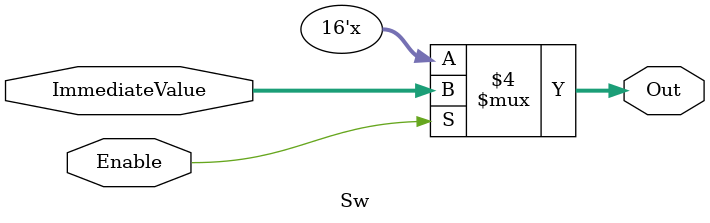
<source format=v>
module Sw(input[15:0] ImmediateValue,input Enable,output reg[15:0] Out);
always@* begin
if(Enable == 1'b1) begin
Out = ImmediateValue;
end else begin
Out = 16'bz;
end
end
endmodule

</source>
